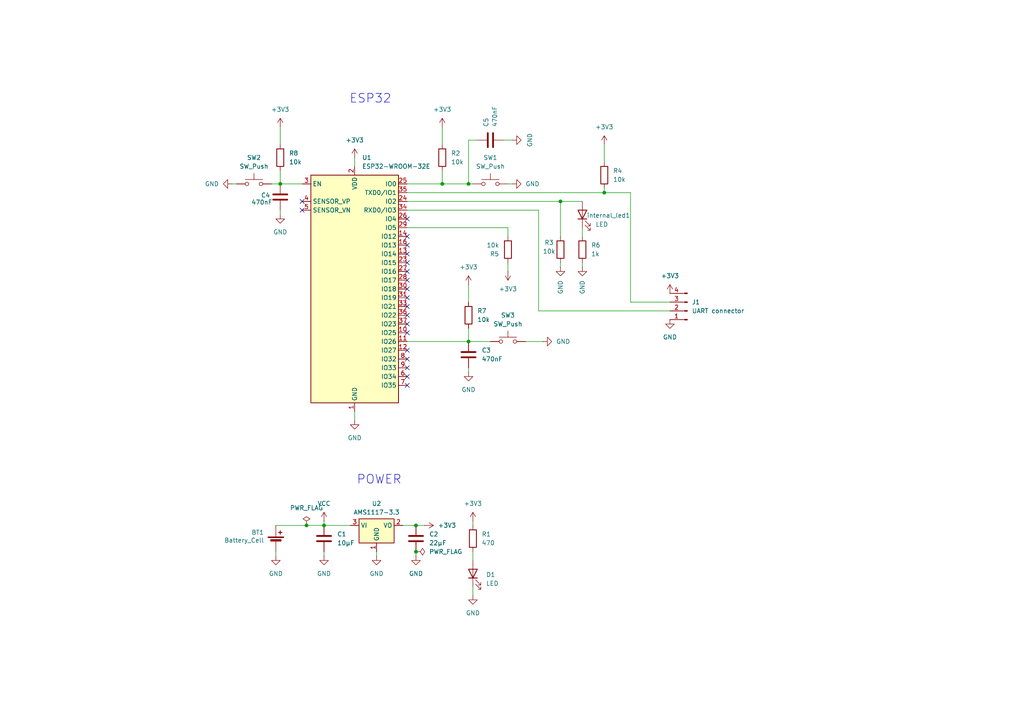
<source format=kicad_sch>
(kicad_sch (version 20250114) (generator "eeschema") (generator_version "9.0")
  (paper "A4")
  (lib_symbols
    (symbol "Connector:Conn_01x04_Pin" (pin_names (offset 1.016) (hide yes))
      (property "Reference" "J" (at 0 5.08 0))
      (property "Value" "Conn_01x04_Pin" (at 0 -7.62 0))
      (symbol "Conn_01x04_Pin_1_1"
        (rectangle (start 0.8636 2.667) (end 0 2.413) (stroke (width 0.1524)) (fill (type outline)))
        (rectangle (start 0.8636 0.127) (end 0 -0.127) (stroke (width 0.1524)) (fill (type outline)))
        (rectangle (start 0.8636 -2.413) (end 0 -2.667) (stroke (width 0.1524)) (fill (type outline)))
        (rectangle (start 0.8636 -4.953) (end 0 -5.207) (stroke (width 0.1524)) (fill (type outline)))
        (polyline (pts (xy 1.27 2.54) (xy 0.8636 2.54)) (stroke (width 0.1524)))
        (polyline (pts (xy 1.27 0) (xy 0.8636 0)) (stroke (width 0.1524)))
        (polyline (pts (xy 1.27 -2.54) (xy 0.8636 -2.54)) (stroke (width 0.1524)))
        (polyline (pts (xy 1.27 -5.08) (xy 0.8636 -5.08)) (stroke (width 0.1524)))
        (pin passive line (at 5.08 2.54 180) (length 3.81) (name "Pin_1") (number "1"))
        (pin passive line (at 5.08 0 180) (length 3.81) (name "Pin_2") (number "2"))
        (pin passive line (at 5.08 -2.54 180) (length 3.81) (name "Pin_3") (number "3"))
        (pin passive line (at 5.08 -5.08 180) (length 3.81) (name "Pin_4") (number "4"))
      )
    )
    (symbol "Device:Battery_Cell" (pin_numbers (hide yes)) (pin_names (offset 0) (hide yes))
      (property "Reference" "BT" (at 2.54 2.54 0))
      (property "Value" "Battery_Cell" (at 2.54 0 0))
      (symbol "Battery_Cell_0_1"
        (rectangle (start -2.286 1.778) (end 2.286 1.524) (fill (type outline)))
        (rectangle (start -1.524 1.016) (end 1.524 0.508) (fill (type outline)))
        (polyline (pts (xy 0 1.778) (xy 0 2.54)))
        (polyline (pts (xy 0 0.762) (xy 0 0)))
        (polyline (pts (xy 0.762 3.048) (xy 1.778 3.048)) (stroke (width 0.254)))
        (polyline (pts (xy 1.27 3.556) (xy 1.27 2.54)) (stroke (width 0.254)))
      )
      (symbol "Battery_Cell_1_1"
        (pin passive line (at 0 5.08 270) (length 2.54) (name "+") (number "1"))
        (pin passive line (at 0 -2.54 90) (length 2.54) (name "-") (number "2"))
      )
    )
    (symbol "Device:C" (pin_numbers (hide yes)) (pin_names (offset 0.254))
      (property "Reference" "C" (at 0.635 2.54 0))
      (property "Value" "C" (at 0.635 -2.54 0))
      (symbol "C_0_1"
        (polyline (pts (xy -2.032 0.762) (xy 2.032 0.762)) (stroke (width 0.508)))
        (polyline (pts (xy -2.032 -0.762) (xy 2.032 -0.762)) (stroke (width 0.508)))
      )
      (symbol "C_1_1"
        (pin passive line (at 0 3.81 270) (length 2.794) (name "~") (number "1"))
        (pin passive line (at 0 -3.81 90) (length 2.794) (name "~") (number "2"))
      )
    )
    (symbol "Device:LED" (pin_numbers (hide yes)) (pin_names (offset 1.016) (hide yes))
      (property "Reference" "D" (at 0 2.54 0))
      (property "Value" "LED" (at 0 -2.54 0))
      (symbol "LED_0_1"
        (polyline (pts (xy -3.048 -0.762) (xy -4.572 -2.286) (xy -3.81 -2.286) (xy -4.572 -2.286) (xy -4.572 -1.524)))
        (polyline (pts (xy -1.778 -0.762) (xy -3.302 -2.286) (xy -2.54 -2.286) (xy -3.302 -2.286) (xy -3.302 -1.524)))
        (polyline (pts (xy -1.27 0) (xy 1.27 0)))
        (polyline (pts (xy -1.27 -1.27) (xy -1.27 1.27)) (stroke (width 0.254)))
        (polyline (pts (xy 1.27 -1.27) (xy 1.27 1.27) (xy -1.27 0) (xy 1.27 -1.27)) (stroke (width 0.254)))
      )
      (symbol "LED_1_1"
        (pin passive line (at -3.81 0 0) (length 2.54) (name "K") (number "1"))
        (pin passive line (at 3.81 0 180) (length 2.54) (name "A") (number "2"))
      )
    )
    (symbol "Device:R" (pin_numbers (hide yes)) (pin_names (offset 0))
      (property "Reference" "R" (at 2.032 0 90))
      (property "Value" "R" (at 0 0 90))
      (symbol "R_0_1"
        (rectangle (start -1.016 -2.54) (end 1.016 2.54) (stroke (width 0.254)))
      )
      (symbol "R_1_1"
        (pin passive line (at 0 3.81 270) (length 1.27) (name "~") (number "1"))
        (pin passive line (at 0 -3.81 90) (length 1.27) (name "~") (number "2"))
      )
    )
    (symbol "RF_Module:ESP32-WROOM-32E"
      (property "Reference" "U" (at -12.7 34.29 0))
      (property "Value" "ESP32-WROOM-32E" (at 1.27 34.29 0))
      (symbol "ESP32-WROOM-32E_0_1"
        (rectangle (start -12.7 33.02) (end 12.7 -33.02) (stroke (width 0.254)) (fill (type background)))
      )
      (symbol "ESP32-WROOM-32E_1_1"
        (pin input line (at -15.24 30.48 0) (length 2.54) (name "EN") (number "3"))
        (pin input line (at -15.24 25.4 0) (length 2.54) (name "SENSOR_VP") (number "4"))
        (pin input line (at -15.24 22.86 0) (length 2.54) (name "SENSOR_VN") (number "5"))
        (pin no_connect line (at -12.7 0 0) (length 2.54) (hide yes) (name "NC") (number "21"))
        (pin no_connect line (at -12.7 -2.54 0) (length 2.54) (hide yes) (name "NC") (number "22"))
        (pin no_connect line (at -12.7 -5.08 0) (length 2.54) (hide yes) (name "NC") (number "17"))
        (pin no_connect line (at -12.7 -7.62 0) (length 2.54) (hide yes) (name "NC") (number "18"))
        (pin no_connect line (at -12.7 -10.16 0) (length 2.54) (hide yes) (name "NC") (number "20"))
        (pin no_connect line (at -12.7 -12.7 0) (length 2.54) (hide yes) (name "NC") (number "19"))
        (pin no_connect line (at -12.7 -27.94 0) (length 2.54) (hide yes) (name "NC") (number "32"))
        (pin power_in line (at 0 35.56 270) (length 2.54) (name "VDD") (number "2"))
        (pin power_in line (at 0 -35.56 90) (length 2.54) (name "GND") (number "1"))
        (pin passive line (at 0 -35.56 90) (length 2.54) (hide yes) (name "GND") (number "15"))
        (pin passive line (at 0 -35.56 90) (length 2.54) (hide yes) (name "GND") (number "38"))
        (pin passive line (at 0 -35.56 90) (length 2.54) (hide yes) (name "GND") (number "39"))
        (pin bidirectional line (at 15.24 30.48 180) (length 2.54) (name "IO0") (number "25"))
        (pin bidirectional line (at 15.24 27.94 180) (length 2.54) (name "TXD0/IO1") (number "35"))
        (pin bidirectional line (at 15.24 25.4 180) (length 2.54) (name "IO2") (number "24"))
        (pin bidirectional line (at 15.24 22.86 180) (length 2.54) (name "RXD0/IO3") (number "34"))
        (pin bidirectional line (at 15.24 20.32 180) (length 2.54) (name "IO4") (number "26"))
        (pin bidirectional line (at 15.24 17.78 180) (length 2.54) (name "IO5") (number "29"))
        (pin bidirectional line (at 15.24 15.24 180) (length 2.54) (name "IO12") (number "14"))
        (pin bidirectional line (at 15.24 12.7 180) (length 2.54) (name "IO13") (number "16"))
        (pin bidirectional line (at 15.24 10.16 180) (length 2.54) (name "IO14") (number "13"))
        (pin bidirectional line (at 15.24 7.62 180) (length 2.54) (name "IO15") (number "23"))
        (pin bidirectional line (at 15.24 5.08 180) (length 2.54) (name "IO16") (number "27"))
        (pin bidirectional line (at 15.24 2.54 180) (length 2.54) (name "IO17") (number "28"))
        (pin bidirectional line (at 15.24 0 180) (length 2.54) (name "IO18") (number "30"))
        (pin bidirectional line (at 15.24 -2.54 180) (length 2.54) (name "IO19") (number "31"))
        (pin bidirectional line (at 15.24 -5.08 180) (length 2.54) (name "IO21") (number "33"))
        (pin bidirectional line (at 15.24 -7.62 180) (length 2.54) (name "IO22") (number "36"))
        (pin bidirectional line (at 15.24 -10.16 180) (length 2.54) (name "IO23") (number "37"))
        (pin bidirectional line (at 15.24 -12.7 180) (length 2.54) (name "IO25") (number "10"))
        (pin bidirectional line (at 15.24 -15.24 180) (length 2.54) (name "IO26") (number "11"))
        (pin bidirectional line (at 15.24 -17.78 180) (length 2.54) (name "IO27") (number "12"))
        (pin bidirectional line (at 15.24 -20.32 180) (length 2.54) (name "IO32") (number "8"))
        (pin bidirectional line (at 15.24 -22.86 180) (length 2.54) (name "IO33") (number "9"))
        (pin input line (at 15.24 -25.4 180) (length 2.54) (name "IO34") (number "6"))
        (pin input line (at 15.24 -27.94 180) (length 2.54) (name "IO35") (number "7"))
      )
    )
    (symbol "Regulator_Linear:AMS1117-3.3"
      (property "Reference" "U" (at -3.81 3.175 0))
      (property "Value" "AMS1117-3.3" (at 0 3.175 0))
      (symbol "AMS1117-3.3_0_1"
        (rectangle (start -5.08 -5.08) (end 5.08 1.905) (stroke (width 0.254)) (fill (type background)))
      )
      (symbol "AMS1117-3.3_1_1"
        (pin power_in line (at -7.62 0 0) (length 2.54) (name "VI") (number "3"))
        (pin power_in line (at 0 -7.62 90) (length 2.54) (name "GND") (number "1"))
        (pin power_out line (at 7.62 0 180) (length 2.54) (name "VO") (number "2"))
      )
    )
    (symbol "Switch:SW_Push" (pin_numbers (hide yes)) (pin_names (offset 1.016) (hide yes))
      (property "Reference" "SW" (at 1.27 2.54 0))
      (property "Value" "SW_Push" (at 0 -1.524 0))
      (symbol "SW_Push_0_1"
        (circle (center -2.032 0) (radius 0.508))
        (polyline (pts (xy 0 1.27) (xy 0 3.048)))
        (circle (center 2.032 0) (radius 0.508))
        (polyline (pts (xy 2.54 1.27) (xy -2.54 1.27)))
        (pin passive line (at -5.08 0 0) (length 2.54) (name "1") (number "1"))
        (pin passive line (at 5.08 0 180) (length 2.54) (name "2") (number "2"))
      )
    )
    (symbol "power:+3V3" (power) (pin_numbers (hide yes)) (pin_names (offset 0) (hide yes))
      (property "Value" "+3V3" (at 0 3.556 0))
      (symbol "+3V3_0_1"
        (polyline (pts (xy -0.762 1.27) (xy 0 2.54)))
        (polyline (pts (xy 0 2.54) (xy 0.762 1.27)))
        (polyline (pts (xy 0 0) (xy 0 2.54)))
      )
      (symbol "+3V3_1_1"
        (pin power_in line (at 0 0 90) (length 0) (name "~") (number "1"))
      )
    )
    (symbol "power:GND" (power) (pin_numbers (hide yes)) (pin_names (offset 0) (hide yes))
      (property "Value" "GND" (at 0 -3.81 0))
      (symbol "GND_0_1"
        (polyline (pts (xy 0 0) (xy 0 -1.27) (xy 1.27 -1.27) (xy 0 -2.54) (xy -1.27 -1.27) (xy 0 -1.27)))
      )
      (symbol "GND_1_1"
        (pin power_in line (at 0 0 270) (length 0) (name "~") (number "1"))
      )
    )
    (symbol "power:PWR_FLAG" (power) (pin_numbers (hide yes)) (pin_names (offset 0) (hide yes))
      (property "Value" "PWR_FLAG" (at 0 3.81 0))
      (symbol "PWR_FLAG_0_0"
        (pin power_out line (at 0 0 90) (length 0) (name "~") (number "1"))
      )
      (symbol "PWR_FLAG_0_1"
        (polyline (pts (xy 0 0) (xy 0 1.27) (xy -1.016 1.905) (xy 0 2.54) (xy 1.016 1.905) (xy 0 1.27)))
      )
    )
    (symbol "power:VCC" (power) (pin_numbers (hide yes)) (pin_names (offset 0) (hide yes))
      (property "Value" "VCC" (at 0 3.556 0))
      (symbol "VCC_0_1"
        (polyline (pts (xy -0.762 1.27) (xy 0 2.54)))
        (polyline (pts (xy 0 2.54) (xy 0.762 1.27)))
        (polyline (pts (xy 0 0) (xy 0 2.54)))
      )
      (symbol "VCC_1_1"
        (pin power_in line (at 0 0 90) (length 0) (name "~") (number "1"))
      )
    )
  )
  (text "TX\n\n" (at 186.69 86.614 0) (effects (font (size 1.27 1.27))))
  (text "RX\n" (at 186.69 92.456 0) (effects (font (size 1.27 1.27))))
  (text "POWER\n" (at 109.982 139.192 0) (effects (font (size 2.54 2.54))))
  (text "ESP32\n" (at 107.442 28.702 0) (effects (font (size 2.54 2.54))))
  (junction (at 120.65 160.02))
  (junction (at 93.98 152.4))
  (junction (at 128.27 53.34))
  (junction (at 175.26 55.88))
  (junction (at 81.28 53.34))
  (junction (at 135.89 53.34))
  (junction (at 120.65 152.4))
  (junction (at 135.89 99.06))
  (junction (at 88.9 152.4))
  (junction (at 162.56 58.42))
  (no_connect (at 118.11 71.12))
  (no_connect (at 87.63 58.42))
  (no_connect (at 118.11 109.22))
  (no_connect (at 118.11 63.5))
  (no_connect (at 118.11 81.28))
  (no_connect (at 118.11 101.6))
  (no_connect (at 118.11 104.14))
  (no_connect (at 118.11 91.44))
  (no_connect (at 118.11 93.98))
  (no_connect (at 118.11 88.9))
  (no_connect (at 118.11 96.52))
  (no_connect (at 118.11 78.74))
  (no_connect (at 87.63 60.96))
  (no_connect (at 118.11 76.2))
  (no_connect (at 118.11 73.66))
  (no_connect (at 118.11 68.58))
  (no_connect (at 118.11 83.82))
  (no_connect (at 118.11 106.68))
  (no_connect (at 118.11 86.36))
  (no_connect (at 118.11 111.76))
  (wire (pts (xy 138.43 40.64) (xy 135.89 40.64)))
  (wire (pts (xy 81.28 53.34) (xy 87.63 53.34)))
  (wire (pts (xy 88.9 152.4) (xy 93.98 152.4)))
  (wire (pts (xy 152.4 99.06) (xy 157.48 99.06)))
  (wire (pts (xy 81.28 53.34) (xy 81.28 49.53)))
  (wire (pts (xy 147.32 53.34) (xy 148.59 53.34)))
  (wire (pts (xy 78.74 53.34) (xy 81.28 53.34)))
  (wire (pts (xy 135.89 87.63) (xy 135.89 82.55)))
  (wire (pts (xy 156.21 90.17) (xy 194.31 90.17)))
  (wire (pts (xy 135.89 107.95) (xy 135.89 106.68)))
  (wire (pts (xy 93.98 152.4) (xy 101.6 152.4)))
  (wire (pts (xy 135.89 40.64) (xy 135.89 53.34)))
  (wire (pts (xy 137.16 151.13) (xy 137.16 152.4)))
  (wire (pts (xy 147.32 76.2) (xy 147.32 78.74)))
  (wire (pts (xy 118.11 99.06) (xy 135.89 99.06)))
  (wire (pts (xy 135.89 99.06) (xy 135.89 95.25)))
  (wire (pts (xy 102.87 119.38) (xy 102.87 121.92)))
  (wire (pts (xy 147.32 66.04) (xy 118.11 66.04)))
  (wire (pts (xy 93.98 151.13) (xy 93.98 152.4)))
  (wire (pts (xy 175.26 54.61) (xy 175.26 55.88)))
  (wire (pts (xy 128.27 41.91) (xy 128.27 36.83)))
  (wire (pts (xy 162.56 58.42) (xy 168.91 58.42)))
  (wire (pts (xy 120.65 161.29) (xy 120.65 160.02)))
  (wire (pts (xy 81.28 62.23) (xy 81.28 60.96)))
  (wire (pts (xy 118.11 53.34) (xy 128.27 53.34)))
  (wire (pts (xy 147.32 68.58) (xy 147.32 66.04)))
  (wire (pts (xy 80.01 152.4) (xy 88.9 152.4)))
  (wire (pts (xy 175.26 46.99) (xy 175.26 41.91)))
  (wire (pts (xy 128.27 53.34) (xy 128.27 49.53)))
  (wire (pts (xy 109.22 160.02) (xy 109.22 161.29)))
  (wire (pts (xy 148.59 40.64) (xy 146.05 40.64)))
  (wire (pts (xy 182.88 55.88) (xy 182.88 87.63)))
  (wire (pts (xy 120.65 152.4) (xy 123.19 152.4)))
  (wire (pts (xy 137.16 170.18) (xy 137.16 172.72)))
  (wire (pts (xy 162.56 58.42) (xy 118.11 58.42)))
  (wire (pts (xy 168.91 68.58) (xy 168.91 66.04)))
  (wire (pts (xy 168.91 77.47) (xy 168.91 76.2)))
  (wire (pts (xy 116.84 152.4) (xy 120.65 152.4)))
  (wire (pts (xy 67.31 53.34) (xy 68.58 53.34)))
  (wire (pts (xy 135.89 53.34) (xy 137.16 53.34)))
  (wire (pts (xy 80.01 161.29) (xy 80.01 160.02)))
  (wire (pts (xy 102.87 45.72) (xy 102.87 48.26)))
  (wire (pts (xy 175.26 55.88) (xy 182.88 55.88)))
  (wire (pts (xy 137.16 160.02) (xy 137.16 162.56)))
  (wire (pts (xy 162.56 77.47) (xy 162.56 76.2)))
  (wire (pts (xy 118.11 55.88) (xy 175.26 55.88)))
  (wire (pts (xy 128.27 53.34) (xy 135.89 53.34)))
  (wire (pts (xy 135.89 99.06) (xy 142.24 99.06)))
  (wire (pts (xy 81.28 41.91) (xy 81.28 36.83)))
  (wire (pts (xy 93.98 160.02) (xy 93.98 161.29)))
  (wire (pts (xy 156.21 60.96) (xy 156.21 90.17)))
  (wire (pts (xy 182.88 87.63) (xy 194.31 87.63)))
  (wire (pts (xy 118.11 60.96) (xy 156.21 60.96)))
  (wire (pts (xy 162.56 68.58) (xy 162.56 58.42)))
  (symbol (lib_id "power:GND") (at 81.28 62.23 0) (unit 1)
    (property "Reference" "#PWR024" (effects (hide yes)))
    (property "Value" "GND" (at 81.28 67.31 0))
    (property "Description" "Power symbol creates a global label with name \"GND\" , ground" (effects (hide yes)))
  )
  (symbol (lib_id "power:GND") (at 80.01 161.29 0) (unit 1)
    (property "Reference" "#PWR010" (effects (hide yes)))
    (property "Value" "GND" (at 80.01 166.37 0))
    (property "Description" "Power symbol creates a global label with name \"GND\" , ground" (effects (hide yes)))
  )
  (symbol (lib_id "Regulator_Linear:AMS1117-3.3") (at 109.22 152.4 0) (unit 1)
    (property "Reference" "U2" (at 109.22 146.05 0))
    (property "Value" "AMS1117-3.3" (at 109.22 148.59 0))
    (property "Footprint" "Package_TO_SOT_SMD:SOT-223-3_TabPin2" (effects (hide yes)))
    (property "Datasheet" "http://www.advanced-monolithic.com/pdf/ds1117.pdf" (effects (hide yes)))
    (property "Description" "1A Low Dropout regulator, positive, 3.3V fixed output, SOT-223" (effects (hide yes)))
  )
  (symbol (lib_id "power:PWR_FLAG") (at 120.65 160.02 270) (unit 1)
    (property "Reference" "#FLG02" (effects (hide yes)))
    (property "Value" "PWR_FLAG" (at 124.46 160.0199 90) (effects (justify left)))
    (property "Description" "Special symbol for telling ERC where power comes from" (effects (hide yes)))
  )
  (symbol (lib_id "Device:R") (at 135.89 91.44 180) (unit 1)
    (property "Reference" "R7" (at 138.43 90.1699 0) (effects (justify right)))
    (property "Value" "10k" (at 138.43 92.7099 0) (effects (justify right)))
    (property "Description" "Resistor" (effects (hide yes)))
  )
  (symbol (lib_id "power:GND") (at 157.48 99.06 90) (unit 1)
    (property "Reference" "#PWR019" (effects (hide yes)))
    (property "Value" "GND" (at 161.29 99.0599 90) (effects (justify right)))
    (property "Description" "Power symbol creates a global label with name \"GND\" , ground" (effects (hide yes)))
  )
  (symbol (lib_id "power:GND") (at 67.31 53.34 270) (unit 1)
    (property "Reference" "#PWR017" (effects (hide yes)))
    (property "Value" "GND" (at 63.5 53.3401 90) (effects (justify right)))
    (property "Description" "Power symbol creates a global label with name \"GND\" , ground" (effects (hide yes)))
  )
  (symbol (lib_id "Connector:Conn_01x04_Pin") (at 199.39 90.17 180) (unit 1)
    (property "Reference" "J1" (at 200.66 87.6299 0) (effects (justify right)))
    (property "Value" "UART connector" (at 200.66 90.1699 0) (effects (justify right)))
    (property "Description" "Generic connector, single row, 01x04, script generated" (effects (hide yes)))
  )
  (symbol (lib_id "power:+3V3") (at 81.28 36.83 0) (unit 1)
    (property "Reference" "#PWR023" (effects (hide yes)))
    (property "Value" "+3V3" (at 81.28 31.75 0))
    (property "Description" "Power symbol creates a global label with name \"+3V3\"" (effects (hide yes)))
  )
  (symbol (lib_id "power:GND") (at 135.89 107.95 0) (unit 1)
    (property "Reference" "#PWR022" (effects (hide yes)))
    (property "Value" "GND" (at 135.89 113.03 0))
    (property "Description" "Power symbol creates a global label with name \"GND\" , ground" (effects (hide yes)))
  )
  (symbol (lib_id "Switch:SW_Push") (at 147.32 99.06 0) (unit 1)
    (property "Reference" "SW3" (at 147.32 91.44 0))
    (property "Value" "SW_Push" (at 147.32 93.98 0))
    (property "Description" "Push button switch, generic, two pins" (effects (hide yes)))
  )
  (symbol (lib_id "power:+3V3") (at 147.32 78.74 180) (unit 1)
    (property "Reference" "#PWR015" (effects (hide yes)))
    (property "Value" "+3V3" (at 147.32 83.82 0))
    (property "Description" "Power symbol creates a global label with name \"+3V3\"" (effects (hide yes)))
  )
  (symbol (lib_id "Device:R") (at 81.28 45.72 180) (unit 1)
    (property "Reference" "R8" (at 83.82 44.4499 0) (effects (justify right)))
    (property "Value" "10k" (at 83.82 46.9899 0) (effects (justify right)))
    (property "Description" "Resistor" (effects (hide yes)))
  )
  (symbol (lib_id "Device:Battery_Cell") (at 80.01 157.48 0) (unit 1)
    (property "Reference" "BT1" (at 72.898 154.432 0) (effects (justify left)))
    (property "Value" "Battery_Cell" (at 65.024 156.718 0) (effects (justify left)))
    (property "Description" "Single-cell battery" (effects (hide yes)))
  )
  (symbol (lib_id "Switch:SW_Push") (at 142.24 53.34 0) (unit 1)
    (property "Reference" "SW1" (at 142.24 45.72 0))
    (property "Value" "SW_Push" (at 142.24 48.26 0))
    (property "Description" "Push button switch, generic, two pins" (effects (hide yes)))
  )
  (symbol (lib_id "Device:LED") (at 137.16 166.37 90) (unit 1)
    (property "Reference" "D1" (at 140.97 166.6874 90) (effects (justify right)))
    (property "Value" "LED" (at 140.97 169.2274 90) (effects (justify right)))
    (property "Description" "Light emitting diode" (effects (hide yes)))
    (property "Sim.Pins" "1=K 2=A" (effects (hide yes)))
  )
  (symbol (lib_id "power:GND") (at 93.98 161.29 0) (unit 1)
    (property "Reference" "#PWR02" (effects (hide yes)))
    (property "Value" "GND" (at 93.98 166.37 0))
    (property "Description" "Power symbol creates a global label with name \"GND\" , ground" (effects (hide yes)))
  )
  (symbol (lib_id "power:+3V3") (at 194.31 85.09 0) (unit 1)
    (property "Reference" "#PWR021" (effects (hide yes)))
    (property "Value" "+3V3" (at 194.31 80.01 0))
    (property "Description" "Power symbol creates a global label with name \"+3V3\"" (effects (hide yes)))
  )
  (symbol (lib_id "power:VCC") (at 93.98 151.13 0) (unit 1)
    (property "Reference" "#PWR04" (effects (hide yes)))
    (property "Value" "VCC" (at 93.98 146.05 0))
    (property "Description" "Power symbol creates a global label with name \"VCC\"" (effects (hide yes)))
  )
  (symbol (lib_id "Device:R") (at 168.91 72.39 0) (unit 1)
    (property "Reference" "R6" (at 171.45 71.1199 0) (effects (justify left)))
    (property "Value" "1k" (at 171.45 73.6599 0) (effects (justify left)))
    (property "Description" "Resistor" (effects (hide yes)))
  )
  (symbol (lib_id "power:GND") (at 120.65 161.29 0) (unit 1)
    (property "Reference" "#PWR01" (effects (hide yes)))
    (property "Value" "GND" (at 120.65 166.37 0))
    (property "Description" "Power symbol creates a global label with name \"GND\" , ground" (effects (hide yes)))
  )
  (symbol (lib_id "power:GND") (at 168.91 77.47 0) (unit 1)
    (property "Reference" "#PWR016" (effects (hide yes)))
    (property "Value" "GND" (at 168.9101 81.28 90) (effects (justify right)))
    (property "Description" "Power symbol creates a global label with name \"GND\" , ground" (effects (hide yes)))
  )
  (symbol (lib_id "Device:R") (at 128.27 45.72 180) (unit 1)
    (property "Reference" "R2" (at 130.81 44.4499 0) (effects (justify right)))
    (property "Value" "10k" (at 130.81 46.9899 0) (effects (justify right)))
    (property "Description" "Resistor" (effects (hide yes)))
  )
  (symbol (lib_id "power:GND") (at 148.59 53.34 90) (unit 1)
    (property "Reference" "#PWR012" (effects (hide yes)))
    (property "Value" "GND" (at 152.4 53.3399 90) (effects (justify right)))
    (property "Description" "Power symbol creates a global label with name \"GND\" , ground" (effects (hide yes)))
  )
  (symbol (lib_id "power:GND") (at 148.59 40.64 90) (unit 1)
    (property "Reference" "#PWR025" (effects (hide yes)))
    (property "Value" "GND" (at 153.67 40.64 0))
    (property "Description" "Power symbol creates a global label with name \"GND\" , ground" (effects (hide yes)))
  )
  (symbol (lib_id "Device:C") (at 135.89 102.87 0) (unit 1)
    (property "Reference" "C3" (at 139.7 101.5999 0) (effects (justify left)))
    (property "Value" "470nF" (at 139.7 104.1399 0) (effects (justify left)))
    (property "Description" "Unpolarized capacitor" (effects (hide yes)))
  )
  (symbol (lib_id "Device:R") (at 137.16 156.21 0) (unit 1)
    (property "Reference" "R1" (at 139.7 154.9399 0) (effects (justify left)))
    (property "Value" "470" (at 139.7 157.4799 0) (effects (justify left)))
    (property "Description" "Resistor" (effects (hide yes)))
  )
  (symbol (lib_id "Device:R") (at 147.32 72.39 0) (unit 1)
    (property "Reference" "R5" (at 144.78 73.6601 0) (effects (justify right)))
    (property "Value" "10k" (at 144.78 71.1201 0) (effects (justify right)))
    (property "Description" "Resistor" (effects (hide yes)))
  )
  (symbol (lib_id "Device:C") (at 81.28 57.15 0) (unit 1)
    (property "Reference" "C4" (at 75.692 56.642 0) (effects (justify left)))
    (property "Value" "470nF" (at 72.898 58.674 0) (effects (justify left)))
    (property "Description" "Unpolarized capacitor" (effects (hide yes)))
  )
  (symbol (lib_id "Device:C") (at 120.65 156.21 0) (unit 1)
    (property "Reference" "C2" (at 124.46 154.9399 0) (effects (justify left)))
    (property "Value" "22µF" (at 124.46 157.4799 0) (effects (justify left)))
    (property "Description" "Unpolarized capacitor" (effects (hide yes)))
  )
  (symbol (lib_id "Device:R") (at 162.56 72.39 180) (unit 1)
    (property "Reference" "R3" (at 159.258 70.358 0))
    (property "Value" "10k" (at 159.258 72.898 0))
    (property "Description" "Resistor" (effects (hide yes)))
  )
  (symbol (lib_id "RF_Module:ESP32-WROOM-32E") (at 102.87 83.82 0) (unit 1)
    (property "Reference" "U1" (at 105.0133 45.72 0) (effects (justify left)))
    (property "Value" "ESP32-WROOM-32E" (at 105.0133 48.26 0) (effects (justify left)))
    (property "Footprint" "RF_Module:ESP32-WROOM-32D" (effects (hide yes)))
    (property "Datasheet" "https://www.espressif.com/sites/default/files/documentation/esp32-wroom-32e_esp32-wroom-32ue_datasheet_en.pdf" (effects (hide yes)))
    (property "Description" "RF Module, ESP32-D0WD-V3 SoC, without PSRAM, Wi-Fi 802.11b/g/n, Bluetooth, BLE, 32-bit, 2.7-3.6V, onboard antenna, SMD" (effects (hide yes)))
  )
  (symbol (lib_id "power:PWR_FLAG") (at 88.9 152.4 0) (unit 1)
    (property "Reference" "#FLG01" (effects (hide yes)))
    (property "Value" "PWR_FLAG" (at 88.9 147.32 0))
    (property "Description" "Special symbol for telling ERC where power comes from" (effects (hide yes)))
  )
  (symbol (lib_id "Device:R") (at 175.26 50.8 180) (unit 1)
    (property "Reference" "R4" (at 177.8 49.5299 0) (effects (justify right)))
    (property "Value" "10k" (at 177.8 52.0699 0) (effects (justify right)))
    (property "Description" "Resistor" (effects (hide yes)))
  )
  (symbol (lib_id "power:+3V3") (at 102.87 45.72 0) (unit 1)
    (property "Reference" "#PWR06" (effects (hide yes)))
    (property "Value" "+3V3" (at 102.87 40.64 0))
    (property "Description" "Power symbol creates a global label with name \"+3V3\"" (effects (hide yes)))
  )
  (symbol (lib_id "power:GND") (at 194.31 92.71 0) (unit 1)
    (property "Reference" "#PWR020" (effects (hide yes)))
    (property "Value" "GND" (at 194.31 97.79 0))
    (property "Description" "Power symbol creates a global label with name \"GND\" , ground" (effects (hide yes)))
  )
  (symbol (lib_id "power:+3V3") (at 137.16 151.13 0) (unit 1)
    (property "Reference" "#PWR08" (effects (hide yes)))
    (property "Value" "+3V3" (at 137.16 146.05 0))
    (property "Description" "Power symbol creates a global label with name \"+3V3\"" (effects (hide yes)))
  )
  (symbol (lib_id "Device:LED") (at 168.91 62.23 90) (unit 1)
    (property "Reference" "internal_led1" (at 170.18 62.484 90) (effects (justify right)))
    (property "Value" "LED" (at 172.72 65.0874 90) (effects (justify right)))
    (property "Description" "Light emitting diode" (effects (hide yes)))
    (property "Sim.Pins" "1=K 2=A" (effects (hide yes)))
  )
  (symbol (lib_id "power:+3V3") (at 175.26 41.91 0) (unit 1)
    (property "Reference" "#PWR014" (effects (hide yes)))
    (property "Value" "+3V3" (at 175.26 36.83 0))
    (property "Description" "Power symbol creates a global label with name \"+3V3\"" (effects (hide yes)))
  )
  (symbol (lib_id "power:GND") (at 102.87 121.92 0) (unit 1)
    (property "Reference" "#PWR07" (effects (hide yes)))
    (property "Value" "GND" (at 102.87 127 0))
    (property "Description" "Power symbol creates a global label with name \"GND\" , ground" (effects (hide yes)))
  )
  (symbol (lib_id "power:+3V3") (at 135.89 82.55 0) (unit 1)
    (property "Reference" "#PWR018" (effects (hide yes)))
    (property "Value" "+3V3" (at 135.89 77.47 0))
    (property "Description" "Power symbol creates a global label with name \"+3V3\"" (effects (hide yes)))
  )
  (symbol (lib_id "Switch:SW_Push") (at 73.66 53.34 0) (unit 1)
    (property "Reference" "SW2" (at 73.66 45.72 0))
    (property "Value" "SW_Push" (at 73.66 48.26 0))
    (property "Description" "Push button switch, generic, two pins" (effects (hide yes)))
  )
  (symbol (lib_id "power:GND") (at 162.56 77.47 0) (unit 1)
    (property "Reference" "#PWR013" (effects (hide yes)))
    (property "Value" "GND" (at 162.5601 81.28 90) (effects (justify right)))
    (property "Description" "Power symbol creates a global label with name \"GND\" , ground" (effects (hide yes)))
  )
  (symbol (lib_id "Device:C") (at 93.98 156.21 0) (unit 1)
    (property "Reference" "C1" (at 97.79 154.9399 0) (effects (justify left)))
    (property "Value" "10µF" (at 97.79 157.4799 0) (effects (justify left)))
    (property "Description" "Unpolarized capacitor" (effects (hide yes)))
  )
  (symbol (lib_id "Device:C") (at 142.24 40.64 90) (unit 1)
    (property "Reference" "C5" (at 140.9699 36.83 0) (effects (justify left)))
    (property "Value" "470nF" (at 143.5099 36.83 0) (effects (justify left)))
    (property "Description" "Unpolarized capacitor" (effects (hide yes)))
  )
  (symbol (lib_id "power:GND") (at 137.16 172.72 0) (unit 1)
    (property "Reference" "#PWR09" (effects (hide yes)))
    (property "Value" "GND" (at 137.16 177.8 0))
    (property "Description" "Power symbol creates a global label with name \"GND\" , ground" (effects (hide yes)))
  )
  (symbol (lib_id "power:+3V3") (at 128.27 36.83 0) (unit 1)
    (property "Reference" "#PWR011" (effects (hide yes)))
    (property "Value" "+3V3" (at 128.27 31.75 0))
    (property "Description" "Power symbol creates a global label with name \"+3V3\"" (effects (hide yes)))
  )
  (symbol (lib_id "power:GND") (at 109.22 161.29 0) (unit 1)
    (property "Reference" "#PWR03" (effects (hide yes)))
    (property "Value" "GND" (at 109.22 166.37 0))
    (property "Description" "Power symbol creates a global label with name \"GND\" , ground" (effects (hide yes)))
  )
  (symbol (lib_id "power:+3V3") (at 123.19 152.4 270) (unit 1)
    (property "Reference" "#PWR05" (effects (hide yes)))
    (property "Value" "+3V3" (at 127 152.3999 90) (effects (justify left)))
    (property "Description" "Power symbol creates a global label with name \"+3V3\"" (effects (hide yes)))
  )
)
</source>
